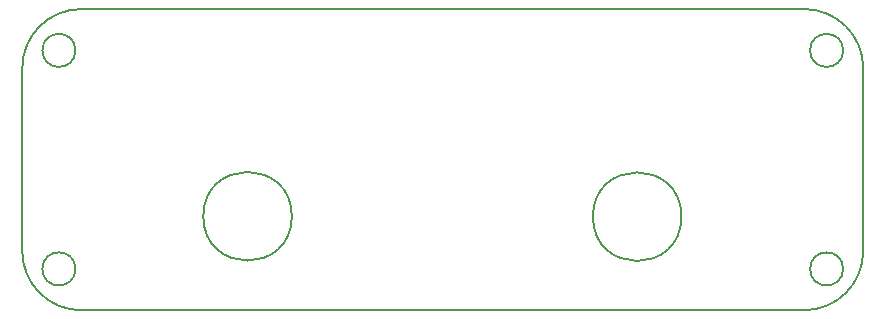
<source format=gbr>
G04 #@! TF.GenerationSoftware,KiCad,Pcbnew,(5.1.0)-1*
G04 #@! TF.CreationDate,2019-04-19T11:32:40+10:00*
G04 #@! TF.ProjectId,FrontPanel,46726f6e-7450-4616-9e65-6c2e6b696361,rev?*
G04 #@! TF.SameCoordinates,Original*
G04 #@! TF.FileFunction,Profile,NP*
%FSLAX46Y46*%
G04 Gerber Fmt 4.6, Leading zero omitted, Abs format (unit mm)*
G04 Created by KiCad (PCBNEW (5.1.0)-1) date 2019-04-19 11:32:40*
%MOMM*%
%LPD*%
G04 APERTURE LIST*
%ADD10C,0.200000*%
G04 APERTURE END LIST*
D10*
X101000000Y-96000001D02*
G75*
G02X106000000Y-91000001I5000000J0D01*
G01*
X167200000Y-91000001D02*
G75*
G02X172200000Y-96000001I0J-5000000D01*
G01*
X172200000Y-111500000D02*
G75*
G02X167200000Y-116500000I-5000000J0D01*
G01*
X106000000Y-91000001D02*
X167200000Y-91000001D01*
X170500000Y-113000000D02*
G75*
G03X170500000Y-113000000I-1400000J0D01*
G01*
X101000000Y-111500000D02*
X101000000Y-96000001D01*
X156809808Y-108579810D02*
G75*
G03X156809808Y-108579810I-3749999J0D01*
G01*
X170500000Y-94500001D02*
G75*
G03X170500000Y-94500001I-1400000J0D01*
G01*
X167200000Y-116500000D02*
X106000000Y-116500000D01*
X123824808Y-108544811D02*
G75*
G03X123824808Y-108544811I-3749999J0D01*
G01*
X105500000Y-113000000D02*
G75*
G03X105500000Y-113000000I-1400000J0D01*
G01*
X105500000Y-94500001D02*
G75*
G03X105500000Y-94500001I-1400000J0D01*
G01*
X172200000Y-96000001D02*
X172200000Y-111500000D01*
X106000000Y-116500000D02*
G75*
G02X101000000Y-111500000I0J5000000D01*
G01*
M02*

</source>
